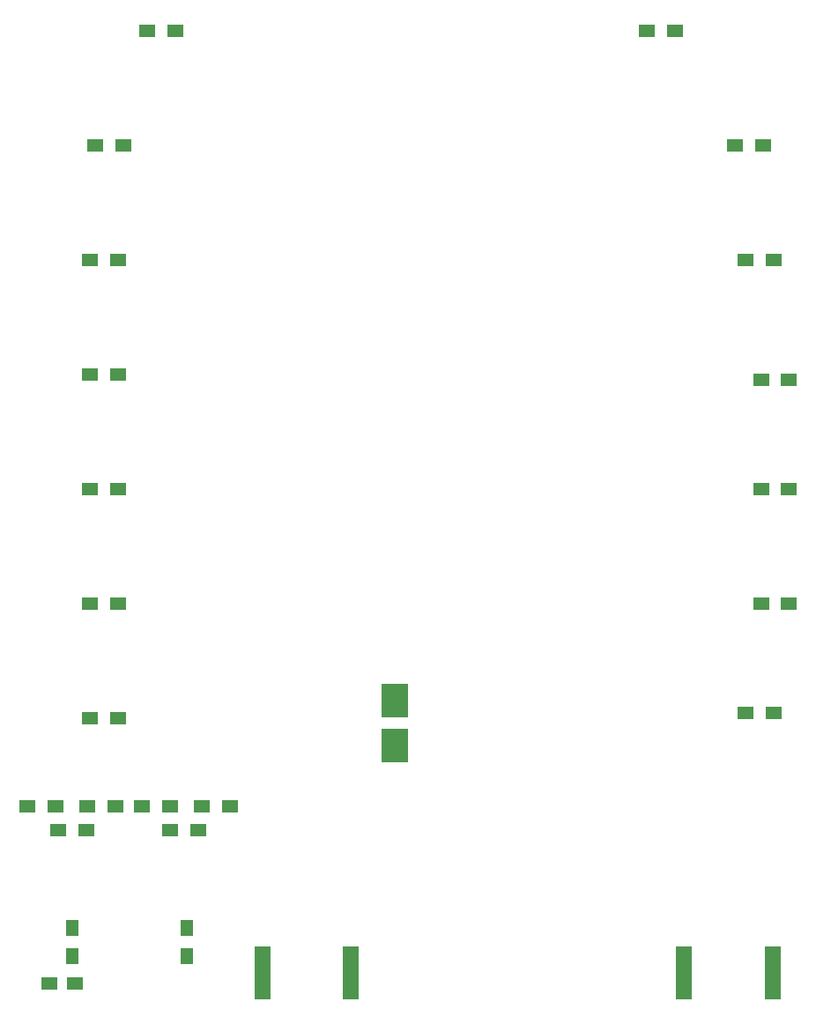
<source format=gbr>
G04 #@! TF.FileFunction,Paste,Bot*
%FSLAX46Y46*%
G04 Gerber Fmt 4.6, Leading zero omitted, Abs format (unit mm)*
G04 Created by KiCad (PCBNEW 4.0.7) date 12/14/17 19:40:57*
%MOMM*%
%LPD*%
G01*
G04 APERTURE LIST*
%ADD10C,0.100000*%
%ADD11R,1.500000X1.250000*%
%ADD12R,1.500000X1.300000*%
%ADD13R,1.300000X1.500000*%
%ADD14R,2.500000X3.200000*%
%ADD15R,1.500000X5.080000*%
G04 APERTURE END LIST*
D10*
D11*
X107250000Y-110500000D03*
X104750000Y-110500000D03*
D12*
X105350000Y-93500000D03*
X102650000Y-93500000D03*
X108400000Y-93500000D03*
X111100000Y-93500000D03*
X105650000Y-95750000D03*
X108350000Y-95750000D03*
X116400000Y-95750000D03*
X119100000Y-95750000D03*
X116350000Y-93500000D03*
X113650000Y-93500000D03*
X119400000Y-93500000D03*
X122100000Y-93500000D03*
D13*
X107000000Y-107850000D03*
X107000000Y-105150000D03*
D12*
X109150000Y-30000000D03*
X111850000Y-30000000D03*
X111350000Y-41000000D03*
X108650000Y-41000000D03*
X111350000Y-63000000D03*
X108650000Y-63000000D03*
X111350000Y-74000000D03*
X108650000Y-74000000D03*
X111350000Y-85000000D03*
X108650000Y-85000000D03*
X111350000Y-52000000D03*
X108650000Y-52000000D03*
X116850000Y-19000000D03*
X114150000Y-19000000D03*
X164850000Y-19000000D03*
X162150000Y-19000000D03*
X170650000Y-30000000D03*
X173350000Y-30000000D03*
X174350000Y-41000000D03*
X171650000Y-41000000D03*
X175850000Y-63000000D03*
X173150000Y-63000000D03*
X175850000Y-74000000D03*
X173150000Y-74000000D03*
X174350000Y-84500000D03*
X171650000Y-84500000D03*
X175850000Y-52500000D03*
X173150000Y-52500000D03*
D13*
X118000000Y-105150000D03*
X118000000Y-107850000D03*
D14*
X138000000Y-83350000D03*
X138000000Y-87650000D03*
D15*
X165750000Y-109500000D03*
X174250000Y-109500000D03*
X125250000Y-109500000D03*
X133750000Y-109500000D03*
M02*

</source>
